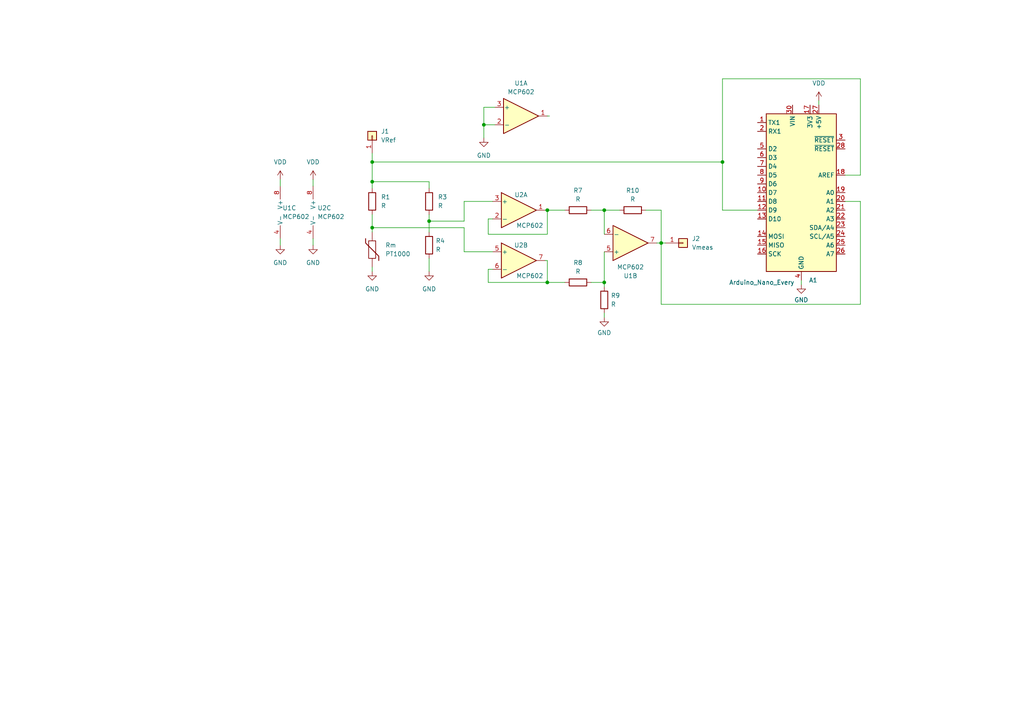
<source format=kicad_sch>
(kicad_sch (version 20230121) (generator eeschema)
  (paper "A4")
  (lib_symbols
    (symbol "Amplifier_Operational:MCP602" (pin_names (offset 0.127))
      (property "Reference" "U" (at 0 5.08 0))
      (property "Value" "MCP602" (at 0 -5.08 0))
      (symbol "MCP602_1_1"
        (polyline (pts (xy -5.08 5.08) (xy 5.08 0) (xy -5.08 -5.08) (xy -5.08 5.08)) (stroke (width 0.254)) (fill (type background)))
        (pin output line (at 7.62 0 180) (length 2.54) (name "~") (number "1"))
        (pin input line (at -7.62 -2.54 0) (length 2.54) (name "-") (number "2"))
        (pin input line (at -7.62 2.54 0) (length 2.54) (name "+") (number "3"))
      )
      (symbol "MCP602_2_1"
        (polyline (pts (xy -5.08 5.08) (xy 5.08 0) (xy -5.08 -5.08) (xy -5.08 5.08)) (stroke (width 0.254)) (fill (type background)))
        (pin input line (at -7.62 2.54 0) (length 2.54) (name "+") (number "5"))
        (pin input line (at -7.62 -2.54 0) (length 2.54) (name "-") (number "6"))
        (pin output line (at 7.62 0 180) (length 2.54) (name "~") (number "7"))
      )
      (symbol "MCP602_3_1"
        (pin power_in line (at -2.54 -7.62 90) (length 3.81) (name "V-") (number "4"))
        (pin power_in line (at -2.54 7.62 270) (length 3.81) (name "V+") (number "8"))
      )
    )
    (symbol "Connector_Generic:Conn_01x01" (pin_names (offset 1.016) hide)
      (property "Reference" "J" (at 0 2.54 0))
      (property "Value" "Conn_01x01" (at 0 -2.54 0))
      (symbol "Conn_01x01_1_1"
        (rectangle (start -1.27 0.127) (end 0 -0.127) (stroke (width 0.1524)))
        (rectangle (start -1.27 1.27) (end 1.27 -1.27) (stroke (width 0.254)) (fill (type background)))
        (pin passive line (at -5.08 0 0) (length 3.81) (name "Pin_1") (number "1"))
      )
    )
    (symbol "Device:R" (pin_numbers hide) (pin_names (offset 0))
      (property "Reference" "R" (at 2.032 0 90))
      (property "Value" "R" (at 0 0 90))
      (symbol "R_0_1"
        (rectangle (start -1.016 -2.54) (end 1.016 2.54) (stroke (width 0.254)))
      )
      (symbol "R_1_1"
        (pin passive line (at 0 3.81 270) (length 1.27) (name "~") (number "1"))
        (pin passive line (at 0 -3.81 90) (length 1.27) (name "~") (number "2"))
      )
    )
    (symbol "Device:Thermistor" (pin_numbers hide) (pin_names (offset 0))
      (property "Reference" "TH" (at 2.54 1.27 90))
      (property "Value" "Thermistor" (at -2.54 0 90))
      (symbol "Thermistor_0_1"
        (rectangle (start -1.016 2.54) (end 1.016 -2.54) (stroke (width 0.2032)))
        (polyline (pts (xy -1.905 3.175) (xy -1.905 1.905) (xy 1.905 -1.905) (xy 1.905 -3.175) (xy 1.905 -3.175)) (stroke (width 0.254)))
      )
      (symbol "Thermistor_1_1"
        (pin passive line (at 0 5.08 270) (length 2.54) (name "~") (number "1"))
        (pin passive line (at 0 -5.08 90) (length 2.54) (name "~") (number "2"))
      )
    )
    (symbol "MCU_Module:Arduino_Nano_Every"
      (property "Reference" "A" (at -10.16 23.495 0))
      (property "Value" "Arduino_Nano_Every" (at 5.08 -24.13 0))
      (symbol "Arduino_Nano_Every_0_1"
        (rectangle (start -10.16 22.86) (end 10.16 -22.86) (stroke (width 0.254)) (fill (type background)))
      )
      (symbol "Arduino_Nano_Every_1_1"
        (pin bidirectional line (at -12.7 20.32 0) (length 2.54) (name "TX1") (number "1"))
        (pin bidirectional line (at -12.7 0 0) (length 2.54) (name "D7") (number "10"))
        (pin bidirectional line (at -12.7 -2.54 0) (length 2.54) (name "D8") (number "11"))
        (pin bidirectional line (at -12.7 -5.08 0) (length 2.54) (name "D9") (number "12"))
        (pin bidirectional line (at -12.7 -7.62 0) (length 2.54) (name "D10") (number "13"))
        (pin bidirectional line (at -12.7 -12.7 0) (length 2.54) (name "MOSI") (number "14"))
        (pin bidirectional line (at -12.7 -15.24 0) (length 2.54) (name "MISO") (number "15"))
        (pin bidirectional line (at -12.7 -17.78 0) (length 2.54) (name "SCK") (number "16"))
        (pin power_out line (at 2.54 25.4 270) (length 2.54) (name "3V3") (number "17"))
        (pin input line (at 12.7 5.08 180) (length 2.54) (name "AREF") (number "18"))
        (pin bidirectional line (at 12.7 0 180) (length 2.54) (name "A0") (number "19"))
        (pin bidirectional line (at -12.7 17.78 0) (length 2.54) (name "RX1") (number "2"))
        (pin bidirectional line (at 12.7 -2.54 180) (length 2.54) (name "A1") (number "20"))
        (pin bidirectional line (at 12.7 -5.08 180) (length 2.54) (name "A2") (number "21"))
        (pin bidirectional line (at 12.7 -7.62 180) (length 2.54) (name "A3") (number "22"))
        (pin bidirectional line (at 12.7 -10.16 180) (length 2.54) (name "SDA/A4") (number "23"))
        (pin bidirectional line (at 12.7 -12.7 180) (length 2.54) (name "SCL/A5") (number "24"))
        (pin bidirectional line (at 12.7 -15.24 180) (length 2.54) (name "A6") (number "25"))
        (pin bidirectional line (at 12.7 -17.78 180) (length 2.54) (name "A7") (number "26"))
        (pin power_out line (at 5.08 25.4 270) (length 2.54) (name "+5V") (number "27"))
        (pin input line (at 12.7 12.7 180) (length 2.54) (name "~{RESET}") (number "28"))
        (pin passive line (at 0 -25.4 90) (length 2.54) hide (name "GND") (number "29"))
        (pin input line (at 12.7 15.24 180) (length 2.54) (name "~{RESET}") (number "3"))
        (pin power_in line (at -2.54 25.4 270) (length 2.54) (name "VIN") (number "30"))
        (pin power_in line (at 0 -25.4 90) (length 2.54) (name "GND") (number "4"))
        (pin bidirectional line (at -12.7 12.7 0) (length 2.54) (name "D2") (number "5"))
        (pin bidirectional line (at -12.7 10.16 0) (length 2.54) (name "D3") (number "6"))
        (pin bidirectional line (at -12.7 7.62 0) (length 2.54) (name "D4") (number "7"))
        (pin bidirectional line (at -12.7 5.08 0) (length 2.54) (name "D5") (number "8"))
        (pin bidirectional line (at -12.7 2.54 0) (length 2.54) (name "D6") (number "9"))
      )
    )
    (symbol "power:GND" (power) (pin_names (offset 0))
      (property "Value" "GND" (at 0 -3.81 0))
      (symbol "GND_0_1"
        (polyline (pts (xy 0 0) (xy 0 -1.27) (xy 1.27 -1.27) (xy 0 -2.54) (xy -1.27 -1.27) (xy 0 -1.27)))
      )
      (symbol "GND_1_1"
        (pin power_in line (at 0 0 270) (length 0) hide (name "GND") (number "1"))
      )
    )
    (symbol "power:VDD" (power) (pin_names (offset 0))
      (property "Value" "VDD" (at 0 3.81 0))
      (symbol "VDD_0_1"
        (polyline (pts (xy -0.762 1.27) (xy 0 2.54)))
        (polyline (pts (xy 0 0) (xy 0 2.54)))
        (polyline (pts (xy 0 2.54) (xy 0.762 1.27)))
      )
      (symbol "VDD_1_1"
        (pin power_in line (at 0 0 90) (length 0) hide (name "VDD") (number "1"))
      )
    )
  )
  (junction (at 209.55 46.99))
  (junction (at 107.95 52.705))
  (junction (at 175.26 81.915))
  (junction (at 124.46 64.135))
  (junction (at 107.95 66.04))
  (junction (at 158.75 60.96))
  (junction (at 140.335 36.195))
  (junction (at 107.95 46.99))
  (junction (at 158.75 81.915))
  (junction (at 175.26 60.96))
  (junction (at 191.77 70.485))
  (wire (pts (xy 175.26 60.96) (xy 175.26 67.945)))
  (wire (pts (xy 141.605 78.105) (xy 142.875 78.105)))
  (wire (pts (xy 232.41 81.28) (xy 232.41 82.55)))
  (wire (pts (xy 191.77 60.96) (xy 191.77 70.485)))
  (wire (pts (xy 107.95 77.47) (xy 107.95 78.74)))
  (wire (pts (xy 175.26 81.915) (xy 175.26 83.185)))
  (wire (pts (xy 209.55 46.99) (xy 209.55 22.86)))
  (wire (pts (xy 141.605 67.945) (xy 158.75 67.945)))
  (wire (pts (xy 90.805 69.215) (xy 90.805 71.12)))
  (wire (pts (xy 140.335 40.005) (xy 140.335 36.195)))
  (wire (pts (xy 219.71 60.96) (xy 209.55 60.96)))
  (wire (pts (xy 209.55 60.96) (xy 209.55 46.99)))
  (wire (pts (xy 134.62 58.42) (xy 134.62 64.135)))
  (wire (pts (xy 158.75 81.915) (xy 163.83 81.915)))
  (wire (pts (xy 141.605 63.5) (xy 141.605 67.945)))
  (wire (pts (xy 171.45 60.96) (xy 175.26 60.96)))
  (wire (pts (xy 249.555 50.8) (xy 245.11 50.8)))
  (wire (pts (xy 209.55 22.86) (xy 249.555 22.86)))
  (wire (pts (xy 140.335 36.195) (xy 140.335 31.115)))
  (wire (pts (xy 90.805 52.07) (xy 90.805 53.975)))
  (wire (pts (xy 107.95 44.45) (xy 107.95 46.99)))
  (wire (pts (xy 175.26 90.805) (xy 175.26 92.075)))
  (wire (pts (xy 142.875 73.025) (xy 134.62 73.025)))
  (wire (pts (xy 158.75 81.915) (xy 158.75 75.565)))
  (wire (pts (xy 171.45 81.915) (xy 175.26 81.915)))
  (wire (pts (xy 124.46 52.705) (xy 107.95 52.705)))
  (wire (pts (xy 175.26 73.025) (xy 175.26 81.915)))
  (wire (pts (xy 249.555 22.86) (xy 249.555 50.8)))
  (wire (pts (xy 158.75 67.945) (xy 158.75 60.96)))
  (wire (pts (xy 158.75 60.96) (xy 163.83 60.96)))
  (wire (pts (xy 142.875 63.5) (xy 141.605 63.5)))
  (wire (pts (xy 124.46 64.135) (xy 134.62 64.135)))
  (wire (pts (xy 141.605 78.105) (xy 141.605 81.915)))
  (wire (pts (xy 249.555 88.265) (xy 191.77 88.265)))
  (wire (pts (xy 107.95 66.04) (xy 134.62 66.04)))
  (wire (pts (xy 187.325 60.96) (xy 191.77 60.96)))
  (wire (pts (xy 107.95 62.23) (xy 107.95 66.04)))
  (wire (pts (xy 249.555 58.42) (xy 249.555 88.265)))
  (wire (pts (xy 107.95 46.99) (xy 107.95 52.705)))
  (wire (pts (xy 124.46 54.61) (xy 124.46 52.705)))
  (wire (pts (xy 124.46 74.93) (xy 124.46 78.74)))
  (wire (pts (xy 191.77 70.485) (xy 190.5 70.485)))
  (wire (pts (xy 124.46 64.135) (xy 124.46 67.31)))
  (wire (pts (xy 191.77 70.485) (xy 193.04 70.485)))
  (wire (pts (xy 191.77 88.265) (xy 191.77 70.485)))
  (wire (pts (xy 245.11 58.42) (xy 249.555 58.42)))
  (wire (pts (xy 140.335 36.195) (xy 143.51 36.195)))
  (wire (pts (xy 134.62 73.025) (xy 134.62 66.04)))
  (wire (pts (xy 141.605 81.915) (xy 158.75 81.915)))
  (wire (pts (xy 237.49 29.21) (xy 237.49 30.48)))
  (wire (pts (xy 209.55 46.99) (xy 107.95 46.99)))
  (wire (pts (xy 140.335 31.115) (xy 143.51 31.115)))
  (wire (pts (xy 158.75 33.655) (xy 159.385 33.655)))
  (wire (pts (xy 158.75 75.565) (xy 158.115 75.565)))
  (wire (pts (xy 124.46 62.23) (xy 124.46 64.135)))
  (wire (pts (xy 81.28 69.215) (xy 81.28 71.12)))
  (wire (pts (xy 81.28 52.07) (xy 81.28 53.975)))
  (wire (pts (xy 107.95 54.61) (xy 107.95 52.705)))
  (wire (pts (xy 142.875 58.42) (xy 134.62 58.42)))
  (wire (pts (xy 107.95 66.04) (xy 107.95 67.31)))
  (wire (pts (xy 158.75 60.96) (xy 158.115 60.96)))
  (wire (pts (xy 175.26 60.96) (xy 179.705 60.96)))
  (symbol (lib_id "Connector_Generic:Conn_01x01") (at 198.12 70.485 0) (unit 1)
    (property "Reference" "J2" (at 200.66 69.215 0) (effects (justify left)))
    (property "Value" "Vmeas" (at 200.66 71.755 0) (effects (justify left)))
  )
  (symbol (lib_id "MCU_Module:Arduino_Nano_Every") (at 232.41 55.88 0) (unit 1)
    (property "Reference" "A1" (at 234.6041 81.28 0) (effects (justify left)))
    (property "Value" "Arduino_Nano_Every" (at 211.455 81.915 0) (effects (justify left)))
    (property "Footprint" "Module:Arduino_Nano" (effects hide))
    (property "Datasheet" "https://content.arduino.cc/assets/NANOEveryV3.0_sch.pdf" (effects hide))
  )
  (symbol (lib_id "Amplifier_Operational:MCP602") (at 93.345 61.595 0) (unit 3)
    (property "Reference" "U2" (at 92.075 60.325 0) (effects (justify left)))
    (property "Value" "MCP602" (at 92.075 62.865 0) (effects (justify left)))
    (property "Datasheet" "http://ww1.microchip.com/downloads/en/DeviceDoc/21314g.pdf" (effects hide))
  )
  (symbol (lib_id "Amplifier_Operational:MCP602") (at 83.82 61.595 0) (unit 3)
    (property "Reference" "U1" (at 81.915 60.325 0) (effects (justify left)))
    (property "Value" "MCP602" (at 81.915 62.865 0) (effects (justify left)))
    (property "Datasheet" "http://ww1.microchip.com/downloads/en/DeviceDoc/21314g.pdf" (effects hide))
  )
  (symbol (lib_id "Device:Thermistor") (at 107.95 72.39 0) (unit 1)
    (property "Reference" "Rm" (at 111.76 71.12 0) (effects (justify left)))
    (property "Value" "PT1000" (at 111.76 73.66 0) (effects (justify left)))
  )
  (symbol (lib_id "Device:R") (at 124.46 58.42 0) (unit 1)
    (property "Reference" "R3" (at 127 57.15 0) (effects (justify left)))
    (property "Value" "R" (at 127 59.69 0) (effects (justify left)))
  )
  (symbol (lib_id "power:VDD") (at 237.49 29.21 0) (unit 1)
    (property "Reference" "#PWR012" (effects hide))
    (property "Value" "VDD" (at 237.49 24.13 0))
  )
  (symbol (lib_id "Device:R") (at 124.46 71.12 0) (unit 1)
    (property "Reference" "R4" (at 126.365 69.85 0) (effects (justify left)))
    (property "Value" "R" (at 126.365 72.39 0) (effects (justify left)))
  )
  (symbol (lib_id "power:GND") (at 175.26 92.075 0) (unit 1)
    (property "Reference" "#PWR05" (effects hide))
    (property "Value" "GND" (at 175.26 96.52 0))
  )
  (symbol (lib_id "Amplifier_Operational:MCP602") (at 150.495 60.96 0) (unit 1)
    (property "Reference" "U2" (at 151.13 56.515 0))
    (property "Value" "MCP602" (at 153.67 65.405 0))
    (property "Datasheet" "http://ww1.microchip.com/downloads/en/DeviceDoc/21314g.pdf" (effects hide))
  )
  (symbol (lib_id "Device:R") (at 167.64 60.96 270) (unit 1)
    (property "Reference" "R7" (at 167.64 55.245 90))
    (property "Value" "R" (at 167.64 57.785 90))
  )
  (symbol (lib_id "Device:R") (at 183.515 60.96 270) (unit 1)
    (property "Reference" "R10" (at 183.515 55.245 90))
    (property "Value" "R" (at 183.515 57.785 90))
  )
  (symbol (lib_id "power:GND") (at 81.28 71.12 0) (unit 1)
    (property "Reference" "#PWR06" (effects hide))
    (property "Value" "GND" (at 81.28 76.2 0))
  )
  (symbol (lib_id "Device:R") (at 107.95 58.42 0) (unit 1)
    (property "Reference" "R1" (at 110.49 57.15 0) (effects (justify left)))
    (property "Value" "R" (at 110.49 59.69 0) (effects (justify left)))
  )
  (symbol (lib_id "power:GND") (at 140.335 40.005 0) (unit 1)
    (property "Reference" "#PWR01" (effects hide))
    (property "Value" "GND" (at 140.335 45.085 0))
  )
  (symbol (lib_id "power:GND") (at 232.41 82.55 0) (unit 1)
    (property "Reference" "#PWR011" (effects hide))
    (property "Value" "GND" (at 232.41 86.995 0))
  )
  (symbol (lib_id "Connector_Generic:Conn_01x01") (at 107.95 39.37 90) (unit 1)
    (property "Reference" "J1" (at 110.49 38.1 90) (effects (justify right)))
    (property "Value" "VRef" (at 110.49 40.64 90) (effects (justify right)))
  )
  (symbol (lib_id "power:GND") (at 124.46 78.74 0) (unit 1)
    (property "Reference" "#PWR04" (effects hide))
    (property "Value" "GND" (at 124.46 83.82 0))
  )
  (symbol (lib_id "Device:R") (at 175.26 86.995 0) (unit 1)
    (property "Reference" "R9" (at 177.165 85.725 0) (effects (justify left)))
    (property "Value" "R" (at 177.165 88.265 0) (effects (justify left)))
  )
  (symbol (lib_id "Amplifier_Operational:MCP602") (at 151.13 33.655 0) (unit 1)
    (property "Reference" "U1" (at 151.13 24.13 0))
    (property "Value" "MCP602" (at 151.13 26.67 0))
    (property "Datasheet" "http://ww1.microchip.com/downloads/en/DeviceDoc/21314g.pdf" (effects hide))
  )
  (symbol (lib_id "power:GND") (at 107.95 78.74 0) (unit 1)
    (property "Reference" "#PWR03" (effects hide))
    (property "Value" "GND" (at 107.95 83.82 0))
  )
  (symbol (lib_id "Amplifier_Operational:MCP602") (at 150.495 75.565 0) (unit 2)
    (property "Reference" "U2" (at 151.13 71.12 0))
    (property "Value" "MCP602" (at 153.67 80.01 0))
    (property "Datasheet" "http://ww1.microchip.com/downloads/en/DeviceDoc/21314g.pdf" (effects hide))
  )
  (symbol (lib_id "power:GND") (at 90.805 71.12 0) (unit 1)
    (property "Reference" "#PWR07" (effects hide))
    (property "Value" "GND" (at 90.805 76.2 0))
  )
  (symbol (lib_id "power:VDD") (at 90.805 52.07 0) (unit 1)
    (property "Reference" "#PWR010" (effects hide))
    (property "Value" "VDD" (at 90.805 46.99 0))
  )
  (symbol (lib_id "Device:R") (at 167.64 81.915 270) (unit 1)
    (property "Reference" "R8" (at 167.64 76.2 90))
    (property "Value" "R" (at 167.64 78.74 90))
  )
  (symbol (lib_id "Amplifier_Operational:MCP602") (at 182.88 70.485 0) (mirror x) (unit 2)
    (property "Reference" "U1" (at 182.88 80.01 0))
    (property "Value" "MCP602" (at 182.88 77.47 0))
    (property "Datasheet" "http://ww1.microchip.com/downloads/en/DeviceDoc/21314g.pdf" (effects hide))
  )
  (symbol (lib_id "power:VDD") (at 81.28 52.07 0) (unit 1)
    (property "Reference" "#PWR09" (effects hide))
    (property "Value" "VDD" (at 81.28 46.99 0))
  )
)
</source>
